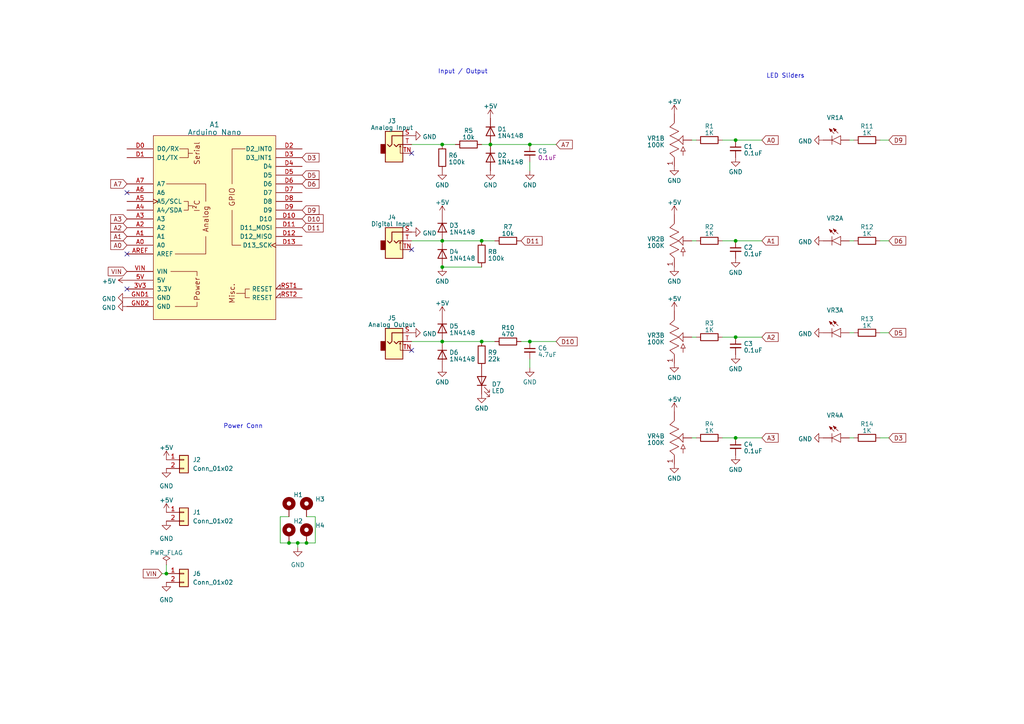
<source format=kicad_sch>
(kicad_sch (version 20230121) (generator eeschema)
  (paper "A4")
  (title_block (title "Synth Card - Adam Wonak") (date "2023-12-18") (rev "rev0.1"))
  (lib_symbols
    (symbol "Connector_Audio:AudioJack2_SwitchT"
      (property "Reference" "J" (at 0 8.89 0))
      (property "Value" "AudioJack2_SwitchT" (at 0 6.35 0))
      (symbol "AudioJack2_SwitchT_0_1"
        (rectangle (start -2.54 0) (end -3.81 -2.54) (stroke (width 0.254)) (fill (type outline)))
        (polyline (pts (xy 1.778 -0.254) (xy 2.032 -0.762)))
        (polyline (pts (xy 0 0) (xy 0.635 -0.635) (xy 1.27 0) (xy 2.54 0)) (stroke (width 0.254)))
        (polyline (pts (xy 2.54 -2.54) (xy 1.778 -2.54) (xy 1.778 -0.254) (xy 1.524 -0.762)))
        (polyline (pts (xy 2.54 2.54) (xy -0.635 2.54) (xy -0.635 0) (xy -1.27 -0.635) (xy -1.905 0)) (stroke (width 0.254)))
        (rectangle (start 2.54 3.81) (end -2.54 -5.08) (stroke (width 0.254)) (fill (type background)))
      )
      (symbol "AudioJack2_SwitchT_1_1"
        (pin passive line (at 5.08 2.54 180) (length 2.54) (name "~") (number "S"))
        (pin passive line (at 5.08 0 180) (length 2.54) (name "~") (number "T"))
        (pin passive line (at 5.08 -2.54 180) (length 2.54) (name "~") (number "TN"))
      )
    )
    (symbol "Connector_Generic:Conn_01x02" (pin_names (offset 1.016) hide)
      (property "Reference" "J" (at 0 2.54 0))
      (property "Value" "Conn_01x02" (at 0 -5.08 0))
      (symbol "Conn_01x02_1_1"
        (rectangle (start -1.27 -2.413) (end 0 -2.667) (stroke (width 0.1524)))
        (rectangle (start -1.27 0.127) (end 0 -0.127) (stroke (width 0.1524)))
        (rectangle (start -1.27 1.27) (end 1.27 -3.81) (stroke (width 0.254)) (fill (type background)))
        (pin passive line (at -5.08 0 0) (length 3.81) (name "Pin_1") (number "1"))
        (pin passive line (at -5.08 -2.54 0) (length 3.81) (name "Pin_2") (number "2"))
      )
    )
    (symbol "Device:LED" (pin_numbers hide) (pin_names (offset 1.016) hide)
      (property "Reference" "D" (at 0 2.54 0))
      (property "Value" "LED" (at 0 -2.54 0))
      (symbol "LED_0_1"
        (polyline (pts (xy -1.27 -1.27) (xy -1.27 1.27)) (stroke (width 0.254)))
        (polyline (pts (xy -1.27 0) (xy 1.27 0)))
        (polyline (pts (xy 1.27 -1.27) (xy 1.27 1.27) (xy -1.27 0) (xy 1.27 -1.27)) (stroke (width 0.254)))
        (polyline (pts (xy -3.048 -0.762) (xy -4.572 -2.286) (xy -3.81 -2.286) (xy -4.572 -2.286) (xy -4.572 -1.524)))
        (polyline (pts (xy -1.778 -0.762) (xy -3.302 -2.286) (xy -2.54 -2.286) (xy -3.302 -2.286) (xy -3.302 -1.524)))
      )
      (symbol "LED_1_1"
        (pin passive line (at -3.81 0 0) (length 2.54) (name "K") (number "1"))
        (pin passive line (at 3.81 0 180) (length 2.54) (name "A") (number "2"))
      )
    )
    (symbol "Device:R" (pin_numbers hide) (pin_names (offset 0))
      (property "Reference" "R" (at 2.032 0 90))
      (property "Value" "R" (at 0 0 90))
      (symbol "R_0_1"
        (rectangle (start -1.016 -2.54) (end 1.016 2.54) (stroke (width 0.254)))
      )
      (symbol "R_1_1"
        (pin passive line (at 0 3.81 270) (length 1.27) (name "~") (number "1"))
        (pin passive line (at 0 -3.81 90) (length 1.27) (name "~") (number "2"))
      )
    )
    (symbol "Diode:1N4148" (pin_numbers hide) (pin_names hide)
      (property "Reference" "D" (at 0 2.54 0))
      (property "Value" "1N4148" (at 0 -2.54 0))
      (symbol "1N4148_0_1"
        (polyline (pts (xy -1.27 1.27) (xy -1.27 -1.27)) (stroke (width 0.254)))
        (polyline (pts (xy 1.27 0) (xy -1.27 0)))
        (polyline (pts (xy 1.27 1.27) (xy 1.27 -1.27) (xy -1.27 0) (xy 1.27 1.27)) (stroke (width 0.254)))
      )
      (symbol "1N4148_1_1"
        (pin passive line (at -3.81 0 0) (length 2.54) (name "K") (number "1"))
        (pin passive line (at 3.81 0 180) (length 2.54) (name "A") (number "2"))
      )
    )
    (symbol "Mechanical:MountingHole_Pad" (pin_numbers hide) (pin_names (offset 1.016) hide)
      (property "Reference" "H" (at 0 6.35 0))
      (property "Value" "MountingHole_Pad" (at 0 4.445 0))
      (symbol "MountingHole_Pad_0_1"
        (circle (center 0 1.27) (radius 1.27) (stroke (width 1.27)))
      )
      (symbol "MountingHole_Pad_1_1"
        (pin input line (at 0 -2.54 90) (length 2.54) (name "1") (number "1"))
      )
    )
    (symbol "PCM_4ms_Capacitor:0.1uF_0603_16V" (pin_numbers hide) (pin_names (offset 0.254) hide)
      (property "Reference" "C" (at 1.905 1.27 0))
      (property "Display" "0.1uF" (at 1.905 -1.27 0))
      (symbol "0.1uF_0603_16V_0_1"
        (polyline (pts (xy -1.524 -0.508) (xy 1.524 -0.508)) (stroke (width 0.3302)))
        (polyline (pts (xy -1.524 0.508) (xy 1.524 0.508)) (stroke (width 0.3048)))
      )
      (symbol "0.1uF_0603_16V_1_1"
        (pin passive line (at 0 2.54 270) (length 2.032) (name "~") (number "1"))
        (pin passive line (at 0 -2.54 90) (length 2.032) (name "~") (number "2"))
      )
    )
    (symbol "PCM_4ms_Potentiometer:Pot_Slider_LED_20mm_100K" (pin_numbers hide) (pin_names (offset 1.016) hide)
      (property "Reference" "VR" (at 2.54 7.62 0))
      (property "Display" "LED Slider" (at 7.62 5.08 0))
      (symbol "Pot_Slider_LED_20mm_100K_1_0"
        (polyline (pts (xy 0 -1.27) (xy 0 0)))
        (polyline (pts (xy 0 0) (xy 0 1.27)))
        (polyline (pts (xy 0 0) (xy 2.54 1.27)))
        (polyline (pts (xy 0.635 1.905) (xy -0.762 3.302)))
        (polyline (pts (xy 1.778 2.032) (xy 0.381 3.429)))
        (polyline (pts (xy 2.54 -1.27) (xy 0 0)))
        (polyline (pts (xy 2.54 -1.27) (xy 2.54 1.27)))
      )
      (symbol "Pot_Slider_LED_20mm_100K_1_1"
        (polyline (pts (xy -0.762 3.302) (xy 0.127 2.921) (xy 0.127 2.921) (xy -0.381 2.413) (xy -0.381 2.413) (xy -0.762 3.302)) (fill (type outline)))
        (polyline (pts (xy 0.381 3.429) (xy 1.27 3.048) (xy 1.27 3.048) (xy 0.762 2.54) (xy 0.762 2.54) (xy 0.381 3.429)) (fill (type outline)))
        (pin passive line (at 5.08 0 180) (length 2.54) (name "A") (number "LEDA"))
        (pin passive line (at -2.54 0 0) (length 2.54) (name "C") (number "LEDC"))
      )
      (symbol "Pot_Slider_LED_20mm_100K_2_0"
        (polyline (pts (xy -1.27 -3.81) (xy 0 -4.953)))
        (polyline (pts (xy -1.27 -1.27) (xy 1.27 -2.54)))
        (polyline (pts (xy -1.27 1.27) (xy 1.27 0)))
        (polyline (pts (xy -1.27 3.81) (xy 1.27 2.54)))
        (polyline (pts (xy 0 4.953) (xy -1.27 3.81)))
        (polyline (pts (xy 1.27 -2.54) (xy -1.27 -3.81)))
        (polyline (pts (xy 1.27 0) (xy -1.27 -1.27)))
        (polyline (pts (xy 1.27 0) (xy 2.54 1.27)))
        (polyline (pts (xy 1.27 2.54) (xy -1.27 1.27)))
        (polyline (pts (xy 1.905 -3.175) (xy 2.54 -3.175)))
        (polyline (pts (xy 2.54 -4.445) (xy 2.54 -3.175)))
        (polyline (pts (xy 2.54 -3.175) (xy 3.175 -3.175)))
        (polyline (pts (xy 2.54 -1.905) (xy 1.905 -3.175)))
        (polyline (pts (xy 2.54 -1.27) (xy 1.27 0)))
        (polyline (pts (xy 2.54 1.27) (xy 2.54 -1.27)))
        (polyline (pts (xy 3.175 -3.175) (xy 2.54 -1.905)))
        (text "1" (at -1.2192 -6.7056 900) (effects (font (size 1.4224 1.4224))))
      )
      (symbol "Pot_Slider_LED_20mm_100K_2_1"
        (pin passive line (at 0 -7.62 90) (length 2.54) (name "1") (number "P1"))
        (pin passive line (at 5.08 0 180) (length 2.54) (name "2") (number "P2"))
        (pin passive line (at 0 7.62 270) (length 2.54) (name "3") (number "P3"))
      )
    )
    (symbol "PCM_4ms_Power-symbol:+5V" (power) (pin_names (offset 0))
      (property "Value" "+5V" (at 0 3.556 0))
      (symbol "+5V_0_1"
        (polyline (pts (xy -0.762 1.27) (xy 0 2.54)))
        (polyline (pts (xy 0 0) (xy 0 2.54)))
        (polyline (pts (xy 0 2.54) (xy 0.762 1.27)))
      )
      (symbol "+5V_1_1"
        (pin power_in line (at 0 0 90) (length 0) hide (name "+5V") (number "1"))
      )
    )
    (symbol "PCM_4ms_Power-symbol:GND" (power) (pin_names (offset 0))
      (property "Value" "GND" (at 0 -3.81 0))
      (symbol "GND_0_1"
        (polyline (pts (xy 0 0) (xy 0 -1.27) (xy 1.27 -1.27) (xy 0 -2.54) (xy -1.27 -1.27) (xy 0 -1.27)))
      )
      (symbol "GND_1_1"
        (pin power_in line (at 0 0 270) (length 0) hide (name "GND") (number "1"))
      )
    )
    (symbol "PCM_arduino-library:Arduino_Nano_Socket" (pin_names (offset 1.016))
      (property "Reference" "A" (at 0 33.02 0))
      (property "Value" "Arduino_Nano_Socket" (at 0 29.21 0))
      (symbol "Arduino_Nano_Socket_0_0"
        (rectangle (start -17.78 26.67) (end 17.78 -26.67) (fill (type background)))
        (polyline (pts (xy -7.62 6.35) (xy -6.35 6.35)))
        (polyline (pts (xy -7.62 21.59) (xy -6.35 21.59)))
        (polyline (pts (xy 8.89 -19.05) (xy 6.35 -19.05)))
        (polyline (pts (xy -11.43 -22.86) (xy -5.08 -22.86) (xy -5.08 -21.59)))
        (polyline (pts (xy -5.08 -13.97) (xy -5.08 -12.7) (xy -12.7 -12.7)))
        (polyline (pts (xy -10.16 22.86) (xy -7.62 22.86) (xy -7.62 20.32) (xy -10.16 20.32)))
        (polyline (pts (xy -8.89 7.62) (xy -7.62 7.62) (xy -7.62 5.08) (xy -8.89 5.08)))
        (text "Analog" (at -2.54 2.54 900) (effects (font (size 1.524 1.524))))
        (text "I²C" (at -5.08 6.35 900) (effects (font (size 1.524 1.524))))
        (text "Misc." (at 5.08 -19.05 900) (effects (font (size 1.524 1.524))))
        (text "Power" (at -5.08 -17.78 900) (effects (font (size 1.524 1.524))))
        (text "Serial" (at -5.08 21.59 900) (effects (font (size 1.524 1.524))))
      )
      (symbol "Arduino_Nano_Socket_0_1"
        (polyline (pts (xy -13.97 12.7) (xy -2.54 12.7) (xy -2.54 7.62)))
        (polyline (pts (xy -11.43 -7.62) (xy -2.54 -7.62) (xy -2.54 -2.54)))
        (polyline (pts (xy 7.62 -5.08) (xy 5.08 -5.08) (xy 5.08 5.08)))
        (polyline (pts (xy 8.89 22.86) (xy 5.08 22.86) (xy 5.08 12.7)))
        (polyline (pts (xy 10.16 -17.78) (xy 8.89 -17.78) (xy 8.89 -20.32) (xy 10.16 -20.32)))
      )
      (symbol "Arduino_Nano_Socket_1_0"
        (text "GPIO" (at 5.08 8.89 900) (effects (font (size 1.524 1.524))))
      )
      (symbol "Arduino_Nano_Socket_1_1"
        (pin power_out line (at -25.4 -17.78 0) (length 7.62) (name "3.3V") (number "3V3"))
        (pin power_in line (at -25.4 -15.24 0) (length 7.62) (name "5V") (number "5V"))
        (pin bidirectional line (at -25.4 -5.08 0) (length 7.62) (name "A0") (number "A0"))
        (pin bidirectional line (at -25.4 -2.54 0) (length 7.62) (name "A1") (number "A1"))
        (pin bidirectional line (at -25.4 0 0) (length 7.62) (name "A2") (number "A2"))
        (pin bidirectional line (at -25.4 2.54 0) (length 7.62) (name "A3") (number "A3"))
        (pin bidirectional line (at -25.4 5.08 0) (length 7.62) (name "A4/SDA") (number "A4"))
        (pin bidirectional clock (at -25.4 7.62 0) (length 7.62) (name "A5/SCL") (number "A5"))
        (pin input line (at -25.4 10.16 0) (length 7.62) (name "A6") (number "A6"))
        (pin input line (at -25.4 12.7 0) (length 7.62) (name "A7") (number "A7"))
        (pin input line (at -25.4 -7.62 0) (length 7.62) (name "AREF") (number "AREF"))
        (pin bidirectional line (at -25.4 22.86 0) (length 7.62) (name "D0/RX") (number "D0"))
        (pin bidirectional line (at -25.4 20.32 0) (length 7.62) (name "D1/TX") (number "D1"))
        (pin bidirectional line (at 25.4 2.54 180) (length 7.62) (name "D10") (number "D10"))
        (pin bidirectional line (at 25.4 0 180) (length 7.62) (name "D11_MOSI") (number "D11"))
        (pin bidirectional line (at 25.4 -2.54 180) (length 7.62) (name "D12_MISO") (number "D12"))
        (pin bidirectional clock (at 25.4 -5.08 180) (length 7.62) (name "D13_SCK") (number "D13"))
        (pin bidirectional line (at 25.4 22.86 180) (length 7.62) (name "D2_INT0") (number "D2"))
        (pin bidirectional line (at 25.4 20.32 180) (length 7.62) (name "D3_INT1") (number "D3"))
        (pin bidirectional line (at 25.4 17.78 180) (length 7.62) (name "D4") (number "D4"))
        (pin bidirectional line (at 25.4 15.24 180) (length 7.62) (name "D5") (number "D5"))
        (pin bidirectional line (at 25.4 12.7 180) (length 7.62) (name "D6") (number "D6"))
        (pin bidirectional line (at 25.4 10.16 180) (length 7.62) (name "D7") (number "D7"))
        (pin bidirectional line (at 25.4 7.62 180) (length 7.62) (name "D8") (number "D8"))
        (pin bidirectional line (at 25.4 5.08 180) (length 7.62) (name "D9") (number "D9"))
        (pin power_in line (at -25.4 -20.32 0) (length 7.62) (name "GND") (number "GND1"))
        (pin power_in line (at -25.4 -22.86 0) (length 7.62) (name "GND") (number "GND2"))
        (pin open_collector input_low (at 25.4 -17.78 180) (length 7.62) (name "RESET") (number "RST1"))
        (pin open_collector input_low (at 25.4 -20.32 180) (length 7.62) (name "RESET") (number "RST2"))
        (pin power_in line (at -25.4 -12.7 0) (length 7.62) (name "VIN") (number "VIN"))
      )
    )
    (symbol "power:+5V" (power) (pin_names (offset 0))
      (property "Value" "+5V" (at 0 3.556 0))
      (symbol "+5V_0_1"
        (polyline (pts (xy -0.762 1.27) (xy 0 2.54)))
        (polyline (pts (xy 0 0) (xy 0 2.54)))
        (polyline (pts (xy 0 2.54) (xy 0.762 1.27)))
      )
      (symbol "+5V_1_1"
        (pin power_in line (at 0 0 90) (length 0) hide (name "+5V") (number "1"))
      )
    )
    (symbol "power:GND" (power) (pin_names (offset 0))
      (property "Value" "GND" (at 0 -3.81 0))
      (symbol "GND_0_1"
        (polyline (pts (xy 0 0) (xy 0 -1.27) (xy 1.27 -1.27) (xy 0 -2.54) (xy -1.27 -1.27) (xy 0 -1.27)))
      )
      (symbol "GND_1_1"
        (pin power_in line (at 0 0 270) (length 0) hide (name "GND") (number "1"))
      )
    )
    (symbol "power:PWR_FLAG" (power) (pin_numbers hide) (pin_names (offset 0) hide)
      (property "Value" "PWR_FLAG" (at 0 3.81 0))
      (symbol "PWR_FLAG_0_0"
        (pin power_out line (at 0 0 90) (length 0) (name "pwr") (number "1"))
      )
      (symbol "PWR_FLAG_0_1"
        (polyline (pts (xy 0 0) (xy 0 1.27) (xy -1.016 1.905) (xy 0 2.54) (xy 1.016 1.905) (xy 0 1.27)))
      )
    )
  )
  (junction (at 128.27 99.06))
  (junction (at 128.27 77.47))
  (junction (at 139.7 99.06))
  (junction (at 142.24 41.91))
  (junction (at 128.27 41.91))
  (junction (at 88.9 157.48))
  (junction (at 213.36 127))
  (junction (at 213.36 97.79))
  (junction (at 83.82 157.48))
  (junction (at 153.67 99.06))
  (junction (at 153.67 41.91))
  (junction (at 48.26 166.37))
  (junction (at 86.36 157.48))
  (junction (at 213.36 40.64))
  (junction (at 139.7 69.85))
  (junction (at 128.27 69.85))
  (junction (at 213.36 69.85))
  (no_connect (at 36.83 83.82))
  (no_connect (at 36.83 55.88))
  (no_connect (at 119.38 72.39))
  (no_connect (at 36.83 73.66))
  (no_connect (at 119.38 44.45))
  (no_connect (at 119.38 101.6))
  (wire (pts (xy 46.99 166.37) (xy 48.26 166.37)))
  (wire (pts (xy 153.67 49.53) (xy 153.67 46.99)))
  (wire (pts (xy 247.65 69.85) (xy 246.38 69.85)))
  (wire (pts (xy 91.44 157.48) (xy 91.44 149.86)))
  (wire (pts (xy 88.9 157.48) (xy 91.44 157.48)))
  (wire (pts (xy 213.36 40.64) (xy 220.98 40.64)))
  (wire (pts (xy 81.28 157.48) (xy 83.82 157.48)))
  (wire (pts (xy 247.65 40.64) (xy 246.38 40.64)))
  (wire (pts (xy 143.51 99.06) (xy 139.7 99.06)))
  (wire (pts (xy 213.36 40.64) (xy 209.55 40.64)))
  (wire (pts (xy 88.9 149.86) (xy 91.44 149.86)))
  (wire (pts (xy 48.26 163.83) (xy 48.26 166.37)))
  (wire (pts (xy 257.81 40.64) (xy 255.27 40.64)))
  (wire (pts (xy 119.38 99.06) (xy 128.27 99.06)))
  (wire (pts (xy 119.38 41.91) (xy 128.27 41.91)))
  (wire (pts (xy 151.13 99.06) (xy 153.67 99.06)))
  (wire (pts (xy 161.29 41.91) (xy 153.67 41.91)))
  (wire (pts (xy 139.7 69.85) (xy 128.27 69.85)))
  (wire (pts (xy 161.29 99.06) (xy 153.67 99.06)))
  (wire (pts (xy 81.28 149.86) (xy 83.82 149.86)))
  (wire (pts (xy 257.81 69.85) (xy 255.27 69.85)))
  (wire (pts (xy 201.93 40.64) (xy 200.66 40.64)))
  (wire (pts (xy 143.51 69.85) (xy 139.7 69.85)))
  (wire (pts (xy 247.65 127) (xy 246.38 127)))
  (wire (pts (xy 213.36 97.79) (xy 209.55 97.79)))
  (wire (pts (xy 132.08 41.91) (xy 128.27 41.91)))
  (wire (pts (xy 201.93 127) (xy 200.66 127)))
  (wire (pts (xy 86.36 157.48) (xy 86.36 158.75)))
  (wire (pts (xy 213.36 127) (xy 220.98 127)))
  (wire (pts (xy 213.36 127) (xy 209.55 127)))
  (wire (pts (xy 86.36 157.48) (xy 83.82 157.48)))
  (wire (pts (xy 257.81 96.52) (xy 255.27 96.52)))
  (wire (pts (xy 142.24 41.91) (xy 139.7 41.91)))
  (wire (pts (xy 247.65 96.52) (xy 246.38 96.52)))
  (wire (pts (xy 119.38 69.85) (xy 128.27 69.85)))
  (wire (pts (xy 201.93 97.79) (xy 200.66 97.79)))
  (wire (pts (xy 213.36 69.85) (xy 220.98 69.85)))
  (wire (pts (xy 201.93 69.85) (xy 200.66 69.85)))
  (wire (pts (xy 128.27 77.47) (xy 139.7 77.47)))
  (wire (pts (xy 257.81 127) (xy 255.27 127)))
  (wire (pts (xy 86.36 157.48) (xy 88.9 157.48)))
  (wire (pts (xy 128.27 99.06) (xy 139.7 99.06)))
  (wire (pts (xy 213.36 97.79) (xy 220.98 97.79)))
  (wire (pts (xy 153.67 106.68) (xy 153.67 104.14)))
  (wire (pts (xy 81.28 149.86) (xy 81.28 157.48)))
  (wire (pts (xy 142.24 41.91) (xy 153.67 41.91)))
  (wire (pts (xy 213.36 69.85) (xy 209.55 69.85)))
  (text "Input / Output" (at 127 21.59 0) (effects (font (size 1.27 1.27)) (justify left bottom)))
  (text "LED Sliders" (at 222.25 22.86 0) (effects (font (size 1.27 1.27)) (justify left bottom)))
  (text "Power Conn" (at 64.77 124.46 0) (effects (font (size 1.27 1.27)) (justify left bottom)))
  (global_label "A3" (shape input) (at 220.98 127 0) (property "Intersheetrefs" "${INTERSHEET_REFS}" (effects hide)))
  (global_label "D11" (shape input) (at 87.63 66.04 0) (property "Intersheetrefs" "${INTERSHEET_REFS}" (effects hide)))
  (global_label "A1" (shape input) (at 36.83 68.58 180) (property "Intersheetrefs" "${INTERSHEET_REFS}" (effects hide)))
  (global_label "A1" (shape input) (at 220.98 69.85 0) (property "Intersheetrefs" "${INTERSHEET_REFS}" (effects hide)))
  (global_label "A2" (shape input) (at 220.98 97.79 0) (property "Intersheetrefs" "${INTERSHEET_REFS}" (effects hide)))
  (global_label "A0" (shape input) (at 220.98 40.64 0) (property "Intersheetrefs" "${INTERSHEET_REFS}" (effects hide)))
  (global_label "D5" (shape input) (at 257.81 96.52 0) (property "Intersheetrefs" "${INTERSHEET_REFS}" (effects hide)))
  (global_label "VIN" (shape input) (at 46.99 166.37 180) (property "Intersheetrefs" "${INTERSHEET_REFS}" (effects hide)))
  (global_label "D6" (shape input) (at 87.63 53.34 0) (property "Intersheetrefs" "${INTERSHEET_REFS}" (effects hide)))
  (global_label "D11" (shape input) (at 151.13 69.85 0) (property "Intersheetrefs" "${INTERSHEET_REFS}" (effects hide)))
  (global_label "D10" (shape input) (at 161.29 99.06 0) (property "Intersheetrefs" "${INTERSHEET_REFS}" (effects hide)))
  (global_label "D6" (shape input) (at 257.81 69.85 0) (property "Intersheetrefs" "${INTERSHEET_REFS}" (effects hide)))
  (global_label "A2" (shape input) (at 36.83 66.04 180) (property "Intersheetrefs" "${INTERSHEET_REFS}" (effects hide)))
  (global_label "D10" (shape input) (at 87.63 63.5 0) (property "Intersheetrefs" "${INTERSHEET_REFS}" (effects hide)))
  (global_label "D3" (shape input) (at 257.81 127 0) (property "Intersheetrefs" "${INTERSHEET_REFS}" (effects hide)))
  (global_label "A7" (shape input) (at 161.29 41.91 0) (property "Intersheetrefs" "${INTERSHEET_REFS}" (effects hide)))
  (global_label "D9" (shape input) (at 87.63 60.96 0) (property "Intersheetrefs" "${INTERSHEET_REFS}" (effects hide)))
  (global_label "VIN" (shape input) (at 36.83 78.74 180) (property "Intersheetrefs" "${INTERSHEET_REFS}" (effects hide)))
  (global_label "D5" (shape input) (at 87.63 50.8 0) (property "Intersheetrefs" "${INTERSHEET_REFS}" (effects hide)))
  (global_label "D9" (shape input) (at 257.81 40.64 0) (property "Intersheetrefs" "${INTERSHEET_REFS}" (effects hide)))
  (global_label "A7" (shape input) (at 36.83 53.34 180) (property "Intersheetrefs" "${INTERSHEET_REFS}" (effects hide)))
  (global_label "A3" (shape input) (at 36.83 63.5 180) (property "Intersheetrefs" "${INTERSHEET_REFS}" (effects hide)))
  (global_label "A0" (shape input) (at 36.83 71.12 180) (property "Intersheetrefs" "${INTERSHEET_REFS}" (effects hide)))
  (global_label "D3" (shape input) (at 87.63 45.72 0) (property "Intersheetrefs" "${INTERSHEET_REFS}" (effects hide)))
  (symbol (lib_id "PCM_4ms_Power-symbol:GND") (at 238.76 96.52 270) (unit 1)
    (property "Reference" "#PWR015" (effects hide))
    (property "Value" "GND" (at 235.5851 96.8368 90) (effects (justify right)))
  )
  (symbol (lib_id "PCM_4ms_Capacitor:0.1uF_0603_16V") (at 153.67 101.6 0) (unit 1)
    (property "Reference" "C6" (at 155.9941 100.9626 0) (effects (justify left)))
    (property "Value" "4.7uF" (at 158.75 102.87 0))
    (property "Footprint" "Capacitor_THT:C_Disc_D3.0mm_W2.0mm_P2.50mm" (effects hide))
  )
  (symbol (lib_id "PCM_4ms_Power-symbol:GND") (at 195.58 77.47 0) (unit 1)
    (property "Reference" "#PWR05" (effects hide))
    (property "Value" "GND" (at 195.58 81.6055 0))
  )
  (symbol (lib_id "power:GND") (at 153.67 106.68 0) (unit 1)
    (property "Reference" "#PWR030" (effects hide))
    (property "Value" "GND" (at 153.67 110.8155 0))
  )
  (symbol (lib_id "PCM_4ms_Power-symbol:GND") (at 195.58 48.26 0) (unit 1)
    (property "Reference" "#PWR02" (effects hide))
    (property "Value" "GND" (at 195.58 52.3955 0))
  )
  (symbol (lib_id "PCM_4ms_Power-symbol:+5V") (at 128.27 62.23 0) (unit 1)
    (property "Reference" "#PWR025" (effects hide))
    (property "Value" "+5V" (at 128.27 58.7281 0))
  )
  (symbol (lib_id "Mechanical:MountingHole_Pad") (at 88.9 147.32 0) (unit 1)
    (property "Reference" "H3" (at 91.44 144.7799 0) (effects (justify left)))
    (property "Value" "MountingHole_Pad" (effects hide))
    (property "Footprint" "MountingHole:MountingHole_3.2mm_M3_Pad" (effects hide))
  )
  (symbol (lib_id "PCM_4ms_Power-symbol:GND") (at 213.36 45.72 0) (unit 1)
    (property "Reference" "#PWR03" (effects hide))
    (property "Value" "GND" (at 213.36 49.8555 0))
  )
  (symbol (lib_id "power:GND") (at 119.38 39.37 90) (unit 1)
    (property "Reference" "#PWR018" (effects hide))
    (property "Value" "GND" (at 122.555 39.6868 90) (effects (justify right)))
  )
  (symbol (lib_id "Connector_Audio:AudioJack2_SwitchT") (at 114.3 99.06 0) (unit 1)
    (property "Reference" "J5" (at 113.665 92.2401 0))
    (property "Value" "Analog Output" (at 113.665 94.1611 0))
    (property "Footprint" "Connector_Audio:Jack_3.5mm_QingPu_WQP-PJ398SM_Vertical_CircularHoles" (effects hide))
  )
  (symbol (lib_id "power:GND") (at 128.27 77.47 0) (unit 1)
    (property "Reference" "#PWR026" (effects hide))
    (property "Value" "GND" (at 128.27 81.6055 0))
  )
  (symbol (lib_id "PCM_4ms_Power-symbol:GND") (at 195.58 105.41 0) (unit 1)
    (property "Reference" "#PWR08" (effects hide))
    (property "Value" "GND" (at 195.58 109.5455 0))
  )
  (symbol (lib_id "PCM_4ms_Capacitor:0.1uF_0603_16V") (at 213.36 72.39 0) (unit 1)
    (property "Reference" "C2" (at 215.6841 71.7526 0) (effects (justify left)))
    (property "Value" "0.1uF" (at 218.44 73.66 0))
    (property "Footprint" "Capacitor_THT:C_Disc_D3.0mm_W2.0mm_P2.50mm" (effects hide))
  )
  (symbol (lib_id "PCM_arduino-library:Arduino_Nano_Socket") (at 62.23 66.04 0) (unit 1)
    (property "Reference" "A1" (at 62.23 36.1139 0) (effects (font (size 1.524 1.524))))
    (property "Value" "Arduino Nano" (at 62.23 38.3681 0) (effects (font (size 1.524 1.524))))
    (property "Footprint" "PCM_arduino-library:Arduino_Nano_Socket" (effects hide))
    (property "Datasheet" "https://docs.arduino.cc/hardware/nano" (effects hide))
  )
  (symbol (lib_id "Diode:1N4148") (at 128.27 66.04 270) (unit 1)
    (property "Reference" "D3" (at 130.302 65.3963 90) (effects (justify left)))
    (property "Value" "1N4148" (at 130.302 67.3173 90) (effects (justify left)))
    (property "Footprint" "Diode_THT:D_DO-35_SOD27_P7.62mm_Horizontal" (effects hide))
    (property "Datasheet" "https://assets.nexperia.com/documents/data-sheet/1N4148_1N4448.pdf" (effects hide))
    (property "Sim.Device" "D" (effects hide))
    (property "Sim.Pins" "1=K 2=A" (effects hide))
  )
  (symbol (lib_id "PCM_4ms_Power-symbol:GND") (at 238.76 127 270) (unit 1)
    (property "Reference" "#PWR016" (effects hide))
    (property "Value" "GND" (at 235.5851 127.3168 90) (effects (justify right)))
  )
  (symbol (lib_id "Diode:1N4148") (at 142.24 38.1 270) (unit 1)
    (property "Reference" "D1" (at 144.272 37.4563 90) (effects (justify left)))
    (property "Value" "1N4148" (at 144.272 39.3773 90) (effects (justify left)))
    (property "Footprint" "Diode_THT:D_DO-35_SOD27_P7.62mm_Horizontal" (effects hide))
    (property "Datasheet" "https://assets.nexperia.com/documents/data-sheet/1N4148_1N4448.pdf" (effects hide))
    (property "Sim.Device" "D" (effects hide))
    (property "Sim.Pins" "1=K 2=A" (effects hide))
  )
  (symbol (lib_id "Diode:1N4148") (at 128.27 102.87 270) (unit 1)
    (property "Reference" "D6" (at 130.302 102.2263 90) (effects (justify left)))
    (property "Value" "1N4148" (at 130.302 104.1473 90) (effects (justify left)))
    (property "Footprint" "Diode_THT:D_DO-35_SOD27_P7.62mm_Horizontal" (effects hide))
    (property "Datasheet" "https://assets.nexperia.com/documents/data-sheet/1N4148_1N4448.pdf" (effects hide))
    (property "Sim.Device" "D" (effects hide))
    (property "Sim.Pins" "1=K 2=A" (effects hide))
  )
  (symbol (lib_id "PCM_4ms_Capacitor:0.1uF_0603_16V") (at 213.36 129.54 0) (unit 1)
    (property "Reference" "C4" (at 215.6841 128.9026 0) (effects (justify left)))
    (property "Value" "0.1uF" (at 218.44 130.81 0))
    (property "Footprint" "Capacitor_THT:C_Disc_D3.0mm_W2.0mm_P2.50mm" (effects hide))
  )
  (symbol (lib_id "Connector_Generic:Conn_01x02") (at 53.34 133.35 0) (unit 1)
    (property "Reference" "J2" (at 55.88 133.3499 0) (effects (justify left)))
    (property "Value" "Conn_01x02" (at 55.88 135.8899 0) (effects (justify left)))
    (property "Footprint" "Connector_PinHeader_2.54mm:PinHeader_1x02_P2.54mm_Horizontal" (effects hide))
  )
  (symbol (lib_id "PCM_4ms_Power-symbol:+5V") (at 195.58 119.38 0) (unit 1)
    (property "Reference" "#PWR09" (effects hide))
    (property "Value" "+5V" (at 195.58 115.8781 0))
  )
  (symbol (lib_id "power:GND") (at 119.38 96.52 90) (unit 1)
    (property "Reference" "#PWR024" (effects hide))
    (property "Value" "GND" (at 122.555 96.8368 90) (effects (justify right)))
  )
  (symbol (lib_id "PCM_4ms_Power-symbol:GND") (at 213.36 74.93 0) (unit 1)
    (property "Reference" "#PWR06" (effects hide))
    (property "Value" "GND" (at 213.36 79.0655 0))
  )
  (symbol (lib_id "Mechanical:MountingHole_Pad") (at 83.82 154.94 0) (unit 1)
    (property "Reference" "H2" (at 85.09 151.13 0) (effects (justify left)))
    (property "Value" "MountingHole_Pad" (effects hide))
    (property "Footprint" "MountingHole:MountingHole_3.2mm_M3_Pad" (effects hide))
  )
  (symbol (lib_id "Device:LED") (at 139.7 110.49 90) (unit 1)
    (property "Reference" "D7" (at 142.621 111.4338 90) (effects (justify right)))
    (property "Value" "LED" (at 142.621 113.3548 90) (effects (justify right)))
    (property "Footprint" "LED_THT:LED_D3.0mm" (effects hide))
  )
  (symbol (lib_id "Device:R") (at 205.74 127 270) (unit 1)
    (property "Reference" "R4" (at 205.74 122.9741 90))
    (property "Value" "1K" (at 205.74 124.8951 90))
    (property "Footprint" "Resistor_THT:R_Axial_DIN0207_L6.3mm_D2.5mm_P7.62mm_Horizontal" (effects hide))
  )
  (symbol (lib_id "PCM_4ms_Potentiometer:Pot_Slider_LED_20mm_100K") (at 195.58 97.79 0) (unit 2)
    (property "Reference" "VR3" (at 192.7923 97.274 0) (effects (justify right)))
    (property "Value" "100K" (at 192.7923 99.195 0) (effects (justify right)))
    (property "Footprint" "PCM_4ms_Potentiometer:Pot_Slider_LED_20mm_RA2045F" (effects hide))
  )
  (symbol (lib_id "PCM_4ms_Power-symbol:+5V") (at 48.26 133.35 0) (unit 1)
    (property "Reference" "#PWR032" (effects hide))
    (property "Value" "+5V" (at 48.26 129.8481 0))
  )
  (symbol (lib_id "PCM_4ms_Power-symbol:+5V") (at 48.26 148.59 0) (unit 1)
    (property "Reference" "#PWR031" (effects hide))
    (property "Value" "+5V" (at 48.26 145.0881 0))
  )
  (symbol (lib_id "PCM_4ms_Power-symbol:GND") (at 213.36 102.87 0) (unit 1)
    (property "Reference" "#PWR011" (effects hide))
    (property "Value" "GND" (at 213.36 107.0055 0))
  )
  (symbol (lib_id "PCM_4ms_Power-symbol:GND") (at 238.76 69.85 270) (unit 1)
    (property "Reference" "#PWR014" (effects hide))
    (property "Value" "GND" (at 235.5851 70.1668 90) (effects (justify right)))
  )
  (symbol (lib_id "Device:R") (at 139.7 73.66 0) (unit 1)
    (property "Reference" "R8" (at 141.478 73.0163 0) (effects (justify left)))
    (property "Value" "100k" (at 141.478 74.9373 0) (effects (justify left)))
    (property "Footprint" "Resistor_THT:R_Axial_DIN0207_L6.3mm_D2.5mm_P7.62mm_Horizontal" (effects hide))
  )
  (symbol (lib_id "Diode:1N4148") (at 142.24 45.72 270) (unit 1)
    (property "Reference" "D2" (at 144.272 45.0763 90) (effects (justify left)))
    (property "Value" "1N4148" (at 144.272 46.9973 90) (effects (justify left)))
    (property "Footprint" "Diode_THT:D_DO-35_SOD27_P7.62mm_Horizontal" (effects hide))
    (property "Datasheet" "https://assets.nexperia.com/documents/data-sheet/1N4148_1N4448.pdf" (effects hide))
    (property "Sim.Device" "D" (effects hide))
    (property "Sim.Pins" "1=K 2=A" (effects hide))
  )
  (symbol (lib_id "PCM_4ms_Power-symbol:+5V") (at 128.27 91.44 0) (unit 1)
    (property "Reference" "#PWR028" (effects hide))
    (property "Value" "+5V" (at 128.27 87.9381 0))
  )
  (symbol (lib_id "power:GND") (at 139.7 114.3 0) (unit 1)
    (property "Reference" "#PWR027" (effects hide))
    (property "Value" "GND" (at 139.7 118.4355 0))
  )
  (symbol (lib_id "PCM_4ms_Capacitor:0.1uF_0603_16V") (at 153.67 44.45 0) (unit 1)
    (property "Reference" "C5" (at 155.9941 43.8126 0) (effects (justify left)))
    (property "Value" "0.1uF" (effects hide))
    (property "Footprint" "Capacitor_THT:C_Disc_D3.0mm_W2.0mm_P2.50mm" (effects hide))
    (property "Display" "0.1uF" (at 155.9941 45.7336 0) (effects (justify left)))
  )
  (symbol (lib_id "Connector_Audio:AudioJack2_SwitchT") (at 114.3 41.91 0) (unit 1)
    (property "Reference" "J3" (at 113.665 35.0901 0))
    (property "Value" "Analog Input" (at 113.665 37.0111 0))
    (property "Footprint" "Connector_Audio:Jack_3.5mm_QingPu_WQP-PJ398SM_Vertical_CircularHoles" (effects hide))
  )
  (symbol (lib_id "Device:R") (at 135.89 41.91 90) (unit 1)
    (property "Reference" "R5" (at 135.89 37.8841 90))
    (property "Value" "10k" (at 135.89 39.8051 90))
    (property "Footprint" "Resistor_THT:R_Axial_DIN0207_L6.3mm_D2.5mm_P7.62mm_Horizontal" (effects hide))
  )
  (symbol (lib_id "PCM_4ms_Power-symbol:GND") (at 238.76 40.64 270) (unit 1)
    (property "Reference" "#PWR013" (effects hide))
    (property "Value" "GND" (at 235.5851 40.9568 90) (effects (justify right)))
  )
  (symbol (lib_id "power:GND") (at 153.67 49.53 0) (unit 1)
    (property "Reference" "#PWR022" (effects hide))
    (property "Value" "GND" (at 153.67 53.6655 0))
  )
  (symbol (lib_id "Connector_Audio:AudioJack2_SwitchT") (at 114.3 69.85 0) (unit 1)
    (property "Reference" "J4" (at 113.665 63.0301 0))
    (property "Value" "Digital Input" (at 113.665 64.9511 0))
    (property "Footprint" "Connector_Audio:Jack_3.5mm_QingPu_WQP-PJ398SM_Vertical_CircularHoles" (effects hide))
  )
  (symbol (lib_id "Diode:1N4148") (at 128.27 73.66 270) (unit 1)
    (property "Reference" "D4" (at 130.302 73.0163 90) (effects (justify left)))
    (property "Value" "1N4148" (at 130.302 74.9373 90) (effects (justify left)))
    (property "Footprint" "Diode_THT:D_DO-35_SOD27_P7.62mm_Horizontal" (effects hide))
    (property "Datasheet" "https://assets.nexperia.com/documents/data-sheet/1N4148_1N4448.pdf" (effects hide))
    (property "Sim.Device" "D" (effects hide))
    (property "Sim.Pins" "1=K 2=A" (effects hide))
  )
  (symbol (lib_id "power:GND") (at 128.27 106.68 0) (unit 1)
    (property "Reference" "#PWR029" (effects hide))
    (property "Value" "GND" (at 128.27 110.8155 0))
  )
  (symbol (lib_id "Device:R") (at 251.46 127 90) (unit 1)
    (property "Reference" "R14" (at 251.46 122.9741 90))
    (property "Value" "1K" (at 251.46 124.8951 90))
    (property "Footprint" "Resistor_THT:R_Axial_DIN0207_L6.3mm_D2.5mm_P7.62mm_Horizontal" (effects hide))
    (property "Display" "RLED" (effects hide))
  )
  (symbol (lib_id "Connector_Generic:Conn_01x02") (at 53.34 148.59 0) (unit 1)
    (property "Reference" "J1" (at 55.88 148.5899 0) (effects (justify left)))
    (property "Value" "Conn_01x02" (at 55.88 151.1299 0) (effects (justify left)))
    (property "Footprint" "Connector_PinHeader_2.54mm:PinHeader_1x02_P2.54mm_Horizontal" (effects hide))
  )
  (symbol (lib_id "power:GND") (at 48.26 135.89 0) (unit 1)
    (property "Reference" "#PWR0102" (effects hide))
    (property "Value" "GND" (at 48.26 140.97 0))
  )
  (symbol (lib_id "power:+5V") (at 36.83 81.28 90) (unit 1)
    (property "Reference" "#PWR017" (effects hide))
    (property "Value" "+5V" (at 33.6551 81.5968 90) (effects (justify left)))
  )
  (symbol (lib_id "power:GND") (at 142.24 49.53 0) (unit 1)
    (property "Reference" "#PWR020" (effects hide))
    (property "Value" "GND" (at 142.24 53.6655 0))
  )
  (symbol (lib_id "PCM_4ms_Power-symbol:GND") (at 213.36 132.08 0) (unit 1)
    (property "Reference" "#PWR012" (effects hide))
    (property "Value" "GND" (at 213.36 136.2155 0))
  )
  (symbol (lib_id "Device:R") (at 128.27 45.72 0) (unit 1)
    (property "Reference" "R6" (at 130.048 45.0763 0) (effects (justify left)))
    (property "Value" "100k" (at 130.048 46.9973 0) (effects (justify left)))
    (property "Footprint" "Resistor_THT:R_Axial_DIN0207_L6.3mm_D2.5mm_P7.62mm_Horizontal" (effects hide))
  )
  (symbol (lib_id "Device:R") (at 147.32 69.85 90) (unit 1)
    (property "Reference" "R7" (at 147.32 65.8241 90))
    (property "Value" "10k" (at 147.32 67.7451 90))
    (property "Footprint" "Resistor_THT:R_Axial_DIN0207_L6.3mm_D2.5mm_P7.62mm_Horizontal" (effects hide))
  )
  (symbol (lib_id "power:GND") (at 48.26 151.13 0) (unit 1)
    (property "Reference" "#PWR0103" (effects hide))
    (property "Value" "GND" (at 48.26 156.21 0))
  )
  (symbol (lib_id "PCM_4ms_Potentiometer:Pot_Slider_LED_20mm_100K") (at 195.58 69.85 0) (unit 2)
    (property "Reference" "VR2" (at 192.7923 69.334 0) (effects (justify right)))
    (property "Value" "100K" (at 192.7923 71.255 0) (effects (justify right)))
    (property "Footprint" "PCM_4ms_Potentiometer:Pot_Slider_LED_20mm_RA2045F" (effects hide))
  )
  (symbol (lib_id "Device:R") (at 147.32 99.06 90) (unit 1)
    (property "Reference" "R10" (at 147.32 95.0341 90))
    (property "Value" "470" (at 147.32 96.9551 90))
    (property "Footprint" "Resistor_THT:R_Axial_DIN0207_L6.3mm_D2.5mm_P7.62mm_Horizontal" (effects hide))
  )
  (symbol (lib_id "power:GND") (at 119.38 67.31 90) (unit 1)
    (property "Reference" "#PWR023" (effects hide))
    (property "Value" "GND" (at 122.555 67.6268 90) (effects (justify right)))
  )
  (symbol (lib_id "Mechanical:MountingHole_Pad") (at 88.9 154.94 0) (unit 1)
    (property "Reference" "H4" (at 91.44 152.3999 0) (effects (justify left)))
    (property "Value" "MountingHole_Pad" (effects hide))
    (property "Footprint" "MountingHole:MountingHole_3.2mm_M3_Pad" (effects hide))
  )
  (symbol (lib_id "Device:R") (at 205.74 97.79 270) (unit 1)
    (property "Reference" "R3" (at 205.74 93.7641 90))
    (property "Value" "1K" (at 205.74 95.6851 90))
    (property "Footprint" "Resistor_THT:R_Axial_DIN0207_L6.3mm_D2.5mm_P7.62mm_Horizontal" (effects hide))
  )
  (symbol (lib_id "power:GND") (at 86.36 158.75 0) (unit 1)
    (property "Reference" "#PWR0105" (effects hide))
    (property "Value" "GND" (at 86.36 163.83 0))
  )
  (symbol (lib_id "Device:R") (at 205.74 69.85 270) (unit 1)
    (property "Reference" "R2" (at 205.74 65.8241 90))
    (property "Value" "1K" (at 205.74 67.7451 90))
    (property "Footprint" "Resistor_THT:R_Axial_DIN0207_L6.3mm_D2.5mm_P7.62mm_Horizontal" (effects hide))
  )
  (symbol (lib_id "PCM_4ms_Capacitor:0.1uF_0603_16V") (at 213.36 100.33 0) (unit 1)
    (property "Reference" "C3" (at 215.6841 99.6926 0) (effects (justify left)))
    (property "Value" "0.1uF" (at 218.44 101.6 0))
    (property "Footprint" "Capacitor_THT:C_Disc_D3.0mm_W2.0mm_P2.50mm" (effects hide))
  )
  (symbol (lib_id "Connector_Generic:Conn_01x02") (at 53.34 166.37 0) (unit 1)
    (property "Reference" "J6" (at 55.88 166.3699 0) (effects (justify left)))
    (property "Value" "Conn_01x02" (at 55.88 168.9099 0) (effects (justify left)))
    (property "Footprint" "Connector_PinHeader_2.54mm:PinHeader_1x02_P2.54mm_Horizontal" (effects hide))
  )
  (symbol (lib_id "Mechanical:MountingHole_Pad") (at 83.82 147.32 0) (unit 1)
    (property "Reference" "H1" (at 85.09 143.51 0) (effects (justify left)))
    (property "Value" "MountingHole_Pad" (effects hide))
    (property "Footprint" "MountingHole:MountingHole_3.2mm_M3_Pad" (effects hide))
  )
  (symbol (lib_id "Device:R") (at 251.46 96.52 90) (unit 1)
    (property "Reference" "R13" (at 251.46 92.4941 90))
    (property "Value" "1K" (at 251.46 94.4151 90))
    (property "Footprint" "Resistor_THT:R_Axial_DIN0207_L6.3mm_D2.5mm_P7.62mm_Horizontal" (effects hide))
    (property "Display" "RLED" (effects hide))
  )
  (symbol (lib_id "PCM_4ms_Potentiometer:Pot_Slider_LED_20mm_100K") (at 241.3 96.52 0) (unit 1)
    (property "Reference" "VR3" (at 242.189 90.0015 0))
    (property "Value" "100K" (effects hide))
    (property "Footprint" "PCM_4ms_Potentiometer:Pot_Slider_LED_20mm_RA2045F" (effects hide))
  )
  (symbol (lib_id "PCM_4ms_Potentiometer:Pot_Slider_LED_20mm_100K") (at 241.3 69.85 0) (unit 1)
    (property "Reference" "VR2" (at 242.189 63.3315 0))
    (property "Value" "100K" (effects hide))
    (property "Footprint" "PCM_4ms_Potentiometer:Pot_Slider_LED_20mm_RA2045F" (effects hide))
  )
  (symbol (lib_id "power:GND") (at 48.26 168.91 0) (unit 1)
    (property "Reference" "#PWR036" (effects hide))
    (property "Value" "GND" (at 48.26 173.99 0))
  )
  (symbol (lib_id "PCM_4ms_Power-symbol:+5V") (at 195.58 33.02 0) (unit 1)
    (property "Reference" "#PWR01" (effects hide))
    (property "Value" "+5V" (at 195.58 29.5181 0))
  )
  (symbol (lib_id "PCM_4ms_Potentiometer:Pot_Slider_LED_20mm_100K") (at 241.3 40.64 0) (unit 1)
    (property "Reference" "VR1" (at 242.189 34.1215 0))
    (property "Value" "100K" (effects hide))
    (property "Footprint" "PCM_4ms_Potentiometer:Pot_Slider_LED_20mm_RA2045F" (effects hide))
  )
  (symbol (lib_id "Device:R") (at 139.7 102.87 0) (unit 1)
    (property "Reference" "R9" (at 141.478 102.2263 0) (effects (justify left)))
    (property "Value" "22k" (at 141.478 104.1473 0) (effects (justify left)))
    (property "Footprint" "Resistor_THT:R_Axial_DIN0207_L6.3mm_D2.5mm_P7.62mm_Horizontal" (effects hide))
  )
  (symbol (lib_id "PCM_4ms_Potentiometer:Pot_Slider_LED_20mm_100K") (at 195.58 40.64 0) (unit 2)
    (property "Reference" "VR1" (at 192.7923 40.124 0) (effects (justify right)))
    (property "Value" "100K" (at 192.7923 42.045 0) (effects (justify right)))
    (property "Footprint" "PCM_4ms_Potentiometer:Pot_Slider_LED_20mm_RA2045F" (effects hide))
  )
  (symbol (lib_id "power:GND") (at 128.27 49.53 0) (unit 1)
    (property "Reference" "#PWR019" (effects hide))
    (property "Value" "GND" (at 128.27 53.6655 0))
  )
  (symbol (lib_id "PCM_4ms_Power-symbol:GND") (at 36.83 88.9 270) (unit 1)
    (property "Reference" "#PWR034" (effects hide))
    (property "Value" "GND" (at 33.6551 89.2168 90) (effects (justify right)))
  )
  (symbol (lib_id "PCM_4ms_Power-symbol:GND") (at 195.58 134.62 0) (unit 1)
    (property "Reference" "#PWR010" (effects hide))
    (property "Value" "GND" (at 195.58 138.7555 0))
  )
  (symbol (lib_id "PCM_4ms_Potentiometer:Pot_Slider_LED_20mm_100K") (at 241.3 127 0) (unit 1)
    (property "Reference" "VR4" (at 242.189 120.4815 0))
    (property "Value" "100K" (effects hide))
    (property "Footprint" "PCM_4ms_Potentiometer:Pot_Slider_LED_20mm_RA2045F" (effects hide))
  )
  (symbol (lib_id "PCM_4ms_Power-symbol:GND") (at 36.83 86.36 270) (unit 1)
    (property "Reference" "#PWR033" (effects hide))
    (property "Value" "GND" (at 33.6551 86.6768 90) (effects (justify right)))
  )
  (symbol (lib_id "power:PWR_FLAG") (at 48.26 163.83 0) (unit 1)
    (property "Reference" "#FLG01" (effects hide))
    (property "Value" "PWR_FLAG" (at 48.26 160.3281 0))
  )
  (symbol (lib_id "PCM_4ms_Power-symbol:+5V") (at 142.24 34.29 0) (unit 1)
    (property "Reference" "#PWR021" (effects hide))
    (property "Value" "+5V" (at 142.24 30.7881 0))
  )
  (symbol (lib_id "Device:R") (at 205.74 40.64 270) (unit 1)
    (property "Reference" "R1" (at 205.74 36.6141 90))
    (property "Value" "1K" (at 205.74 38.5351 90))
    (property "Footprint" "Resistor_THT:R_Axial_DIN0207_L6.3mm_D2.5mm_P7.62mm_Horizontal" (effects hide))
  )
  (symbol (lib_id "Device:R") (at 251.46 69.85 90) (unit 1)
    (property "Reference" "R12" (at 251.46 65.8241 90))
    (property "Value" "1K" (at 251.46 67.7451 90))
    (property "Footprint" "Resistor_THT:R_Axial_DIN0207_L6.3mm_D2.5mm_P7.62mm_Horizontal" (effects hide))
    (property "Display" "RLED" (effects hide))
  )
  (symbol (lib_id "PCM_4ms_Capacitor:0.1uF_0603_16V") (at 213.36 43.18 0) (unit 1)
    (property "Reference" "C1" (at 215.6841 42.5426 0) (effects (justify left)))
    (property "Value" "0.1uF" (at 218.44 44.45 0))
    (property "Footprint" "Capacitor_THT:C_Disc_D3.0mm_W2.0mm_P2.50mm" (effects hide))
  )
  (symbol (lib_id "Diode:1N4148") (at 128.27 95.25 270) (unit 1)
    (property "Reference" "D5" (at 130.302 94.6063 90) (effects (justify left)))
    (property "Value" "1N4148" (at 130.302 96.5273 90) (effects (justify left)))
    (property "Footprint" "Diode_THT:D_DO-35_SOD27_P7.62mm_Horizontal" (effects hide))
    (property "Datasheet" "https://assets.nexperia.com/documents/data-sheet/1N4148_1N4448.pdf" (effects hide))
    (property "Sim.Device" "D" (effects hide))
    (property "Sim.Pins" "1=K 2=A" (effects hide))
  )
  (symbol (lib_id "PCM_4ms_Potentiometer:Pot_Slider_LED_20mm_100K") (at 195.58 127 0) (unit 2)
    (property "Reference" "VR4" (at 192.7923 126.484 0) (effects (justify right)))
    (property "Value" "100K" (at 192.7923 128.405 0) (effects (justify right)))
    (property "Footprint" "PCM_4ms_Potentiometer:Pot_Slider_LED_20mm_RA2045F" (effects hide))
  )
  (symbol (lib_id "PCM_4ms_Power-symbol:+5V") (at 195.58 62.23 0) (unit 1)
    (property "Reference" "#PWR04" (effects hide))
    (property "Value" "+5V" (at 195.58 58.7281 0))
  )
  (symbol (lib_id "PCM_4ms_Power-symbol:+5V") (at 195.58 90.17 0) (unit 1)
    (property "Reference" "#PWR07" (effects hide))
    (property "Value" "+5V" (at 195.58 86.6681 0))
  )
  (symbol (lib_id "Device:R") (at 251.46 40.64 90) (unit 1)
    (property "Reference" "R11" (at 251.46 36.6141 90))
    (property "Value" "1K" (at 251.46 38.5351 90))
    (property "Footprint" "Resistor_THT:R_Axial_DIN0207_L6.3mm_D2.5mm_P7.62mm_Horizontal" (effects hide))
    (property "Display" "RLED" (effects hide))
  )
)
</source>
